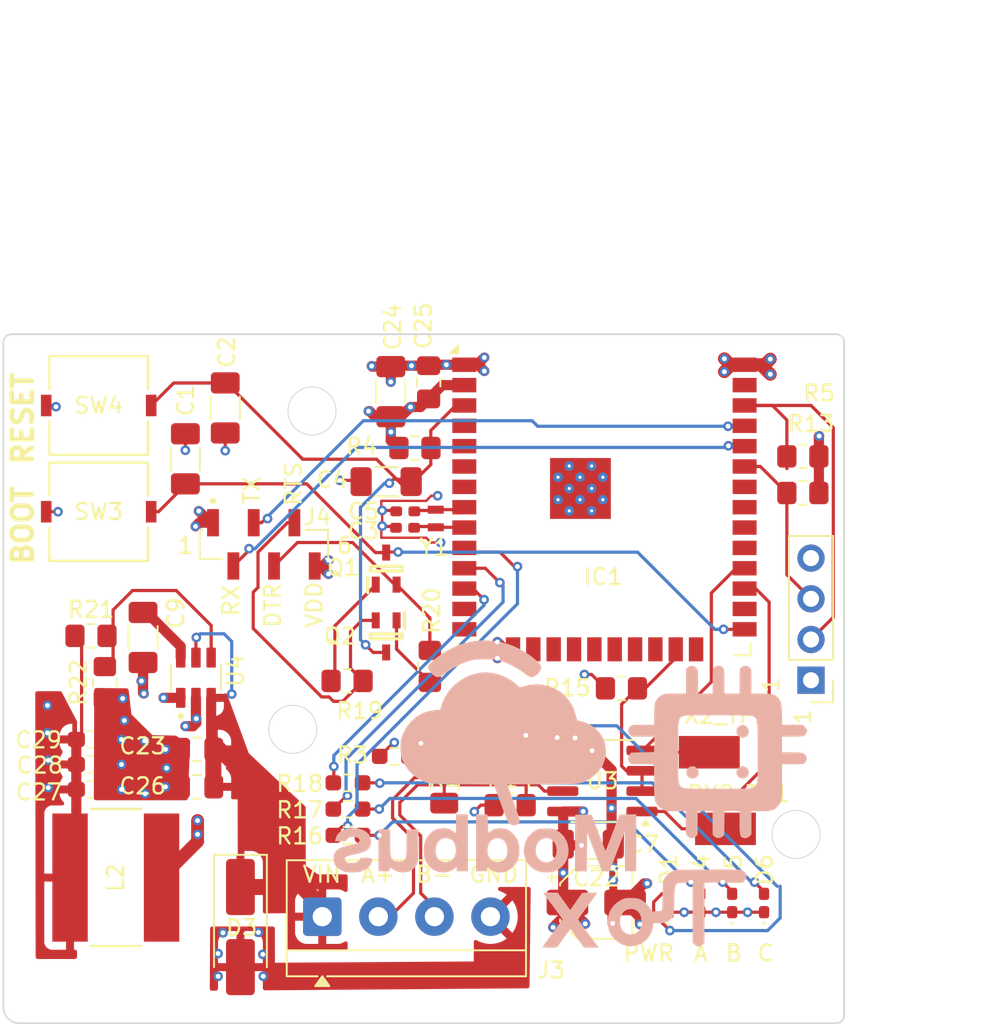
<source format=kicad_pcb>
(kicad_pcb (version 20241229) (generator "pcbnew") (generator_version "9.0")
  (layers (0 "F.Cu" signal) (4 "In1.Cu" signal) (6 "In2.Cu" signal) (2 "B.Cu" signal) (13 "F.Paste" user) (15 "B.Paste" user) (5 "F.SilkS" user "F.Silkscreen") (7 "B.SilkS" user "B.Silkscreen") (1 "F.Mask" user) (3 "B.Mask" user) (25 "Edge.Cuts" user))
  (net 0 "")
  (net 1 "Net-(U4-VBST)")
  (net 2 "GND")
  (net 3 "/EN")
  (net 4 "/IO_0")
  (net 5 "VDD33")
  (net 6 "Net-(D1-A)")
  (net 7 "/TX_0")
  (net 8 "/RX_0")
  (net 9 "/VBUS_12")
  (net 10 "/SCL_BUS")
  (net 11 "/SDA_BUS")
  (net 12 "Net-(U4-SW)")
  (net 13 "Net-(U4-VFB)")
  (net 15 "/RS485-")
  (net 16 "/RS485_DE_RE")
  (net 17 "Net-(D4-A)")
  (net 18 "Net-(D5-A)")
  (net 19 "Net-(D6-A)")
  (net 20 "/RS485+")
  (net 21 "/TX_{2}")
  (net 22 "/RX_{2}")
  (net 23 "/LED_C")
  (net 24 "/LED_A")
  (net 34 "/X32N")
  (net 37 "/LED_B")
  (net 38 "/X32P")
  (net 47 "/DTR")
  (net 48 "/RTS")
  (net 49 "Net-(Q1-B)")
  (net 50 "Net-(Q2-B)")
  (footprint "Capacitor_SMD:C_1206_3216Metric_Pad1.33x1.80mm_HandSolder" (layer "F.Cu") (at 91.3638 95.2754 90)
    (property "Reference" "C1")
    (property "Value" "0.1uF")
  )
  (footprint "Resistor_SMD:R_0603_1608Metric_Pad0.98x0.95mm_HandSolder" (layer "F.Cu") (at 101.516 117.1363)
    (property "Reference" "R17")
    (property "Value" "2K")
  )
  (footprint "Capacitor_SMD:C_0805_2012Metric_Pad1.18x1.45mm_HandSolder" (layer "F.Cu") (at 92.1004 113.411 180)
    (property "Reference" "C23")
    (property "Value" "10uF")
  )
  (footprint "project_footprints:XTAL_ABS05-32.768KHZ-T" (layer "F.Cu") (at 107 99 90)
    (property "Reference" "Y1")
    (property "Value" "32.768kHz")
  )
  (footprint "Resistor_SMD:R_0805_2012Metric_Pad1.20x1.40mm_HandSolder" (layer "F.Cu") (at 129.921 97.409 180)
    (property "Reference" "R13")
    (property "Value" "10K")
  )
  (footprint "Resistor_SMD:R_0805_2012Metric_Pad1.20x1.40mm_HandSolder" (layer "F.Cu") (at 129.921 95.123 180)
    (property "Reference" "R5")
    (property "Value" "10K")
  )
  (footprint "Capacitor_SMD:CP_Elec_4x5.4" (layer "F.Cu") (at 117.020555 122.968067)
    (property "Reference" "C22")
    (property "Value" "1uF")
  )
  (footprint "Capacitor_SMD:C_0402_1005Metric_Pad0.74x0.62mm_HandSolder" (layer "F.Cu") (at 105.081358 99.579651)
    (property "Reference" "C3")
    (property "Value" "12pF")
  )
  (footprint "Capacitor_SMD:C_0402_1005Metric_Pad0.74x0.62mm_HandSolder" (layer "F.Cu") (at 105.093223 98.553406)
    (property "Reference" "C5")
    (property "Value" "12pF")
  )
  (footprint "project_footprints:SW_3983_ADA" (layer "F.Cu") (at 85.9536 98.5774)
    (property "Reference" "SW3")
    (property "Value" "3983")
  )
  (footprint "Capacitor_SMD:C_0603_1608Metric_Pad1.08x0.95mm_HandSolder" (layer "F.Cu") (at 85.4191 112.7907 180)
    (property "Reference" "C29")
    (property "Value" "22uF")
  )
  (footprint "Capacitor_SMD:C_1206_3216Metric_Pad1.33x1.80mm_HandSolder" (layer "F.Cu") (at 93.853 92.1004 -90)
    (property "Reference" "C2")
    (property "Value" "0.1uF")
  )
  (footprint "project_footprints:SOT65P210X110-3N" (layer "F.Cu") (at 103.901 106.3592 -90)
    (property "Reference" "Q2")
    (property "Value" "DSS4160U-7" (hide yes))
  )
  (footprint "Capacitor_SMD:C_1206_3216Metric_Pad1.33x1.80mm_HandSolder" (layer "F.Cu") (at 88.7222 106.426 90)
    (property "Reference" "C9")
    (property "Value" "0.1uF")
  )
  (footprint "LED_SMD:LED_0402_1005Metric_Pad0.77x0.64mm_HandSolder" (layer "F.Cu") (at 125.50565 122.998 90)
    (property "Reference" "D5")
    (property "Value" "LED" (hide yes))
  )
  (footprint "Resistor_SMD:R_0603_1608Metric_Pad0.98x0.95mm_HandSolder" (layer "F.Cu") (at 104.4116 113.847)
    (property "Reference" "R3")
    (property "Value" "2K")
  )
  (footprint "Resistor_SMD:R_0805_2012Metric_Pad1.20x1.40mm_HandSolder" (layer "F.Cu") (at 85.471 106.3244)
    (property "Reference" "R21")
    (property "Value" "33.2K")
  )
  (footprint "LED_SMD:LED_0402_1005Metric_Pad0.77x0.64mm_HandSolder" (layer "F.Cu") (at 121.52565 122.998 90)
    (property "Reference" "D1")
    (property "Value" "LED")
  )
  (footprint "LED_SMD:LED_0402_1005Metric_Pad0.77x0.64mm_HandSolder" (layer "F.Cu") (at 127.49565 122.998 90)
    (property "Reference" "D6")
    (property "Value" "LED" (hide yes))
  )
  (footprint "Capacitor_SMD:C_0805_2012Metric_Pad1.18x1.45mm_HandSolder" (layer "F.Cu") (at 92.1004 115.7478)
    (property "Reference" "C26")
    (property "Value" "10uF")
  )
  (footprint "Resistor_SMD:R_0603_1608Metric_Pad0.98x0.95mm_HandSolder" (layer "F.Cu") (at 101.516 118.7746)
    (property "Reference" "R16")
    (property "Value" "2K")
  )
  (footprint "Resistor_SMD:R_0805_2012Metric_Pad1.20x1.40mm_HandSolder" (layer "F.Cu") (at 111.6424 113.6904)
    (property "Reference" "R2")
    (property "Value" "620R")
  )
  (footprint "Capacitor_SMD:C_0603_1608Metric_Pad1.08x0.95mm_HandSolder" (layer "F.Cu") (at 85.4191 115.9109 180)
    (property "Reference" "C27")
    (property "Value" "22uF")
  )
  (footprint "Capacitor_SMD:C_1206_3216Metric_Pad1.33x1.80mm_HandSolder" (layer "F.Cu") (at 103.9 96.7 180)
    (property "Reference" "C4")
    (property "Value" "0.1uF")
  )
  (footprint "Resistor_SMD:R_0805_2012Metric_Pad1.20x1.40mm_HandSolder" (layer "F.Cu") (at 101.4626 109.1372 180)
    (property "Reference" "R19")
    (property "Value" "10K")
  )
  (footprint "Resistor_SMD:R_0603_1608Metric_Pad0.98x0.95mm_HandSolder" (layer "F.Cu") (at 101.516 115.498)
    (property "Reference" "R18")
    (property "Value" "2K")
  )
  (footprint "TerminalBlock_4Ucon:TerminalBlock_4Ucon_1x04_P3.50mm_Horizontal" (layer "F.Cu") (at 99.9138 123.8504)
    (property "Reference" "J3")
    (property "Value" "Screw_Terminal_3.5mm_4")
  )
  (footprint "project_footprints:KEYSTONE_5029" (layer "F.Cu") (at 125.0872 118.3682 180)
    (property "Reference" "RX2_TP1")
    (property "Value" "5029")
  )
  (footprint "Resistor_SMD:R_0805_2012Metric_Pad1.20x1.40mm_HandSolder" (layer "F.Cu") (at 106.6292 108.2294 -90)
    (property "Reference" "R20")
    (property "Value" "10K")
  )
  (footprint "Connector_PinHeader_2.54mm:PinHeader_1x04_P2.54mm_Vertical" (layer "F.Cu") (at 130.429 109.093 180)
    (property "Reference" "J1")
    (property "Value" "2_54mm_PinHeader1x4")
  )
  (footprint "Capacitor_SMD:C_0805_2012Metric_Pad1.18x1.45mm_HandSolder" (layer "F.Cu") (at 106.553 90.5002 -90)
    (property "Reference" "C25")
    (property "Value" "22uF")
  )
  (footprint "Resistor_SMD:R_0805_2012Metric_Pad1.20x1.40mm_HandSolder" (layer "F.Cu") (at 118.5926 109.601)
    (property "Reference" "R15")
    (property "Value" "47K")
  )
  (footprint "Diode_SMD:D_SMA_Handsoldering" (layer "F.Cu") (at 94.803749 124.500452 -90)
    (property "Reference" "D3")
    (property "Value" "SMAJ12A")
  )
  (footprint "Resistor_SMD:R_1206_3216Metric_Pad1.30x1.75mm_HandSolder" (layer "F.Cu") (at 107.5276 115.2144 -90)
    (property "Reference" "R1")
    (property "Value" "120R")
  )
  (footprint "Capacitor_SMD:C_1206_3216Metric_Pad1.33x1.80mm_HandSolder" (layer "F.Cu") (at 116.5192 119.3292)
    (property "Reference" "C7")
    (property "Value" "0.1uF")
  )
  (footprint "Package_SO:SOIC-8_3.9x4.9mm_P1.27mm" (layer "F.Cu") (at 117.4022 115.3807 180)
    (property "Reference" "U3")
    (property "Value" "MAX3485")
  )
  (footprint "Resistor_SMD:R_0805_2012Metric_Pad1.20x1.40mm_HandSolder" (layer "F.Cu") (at 86.3346 109.2454 90)
    (property "Reference" "R22")
    (property "Value" "10K")
  )
  (footprint "Resistor_SMD:R_0805_2012Metric_Pad1.20x1.40mm_HandSolder" (layer "F.Cu") (at 105.7 94.6)
    (property "Reference" "R4")
    (property "Value" "10K")
  )
  (footprint "Resistor_SMD:R_0805_2012Metric_Pad1.20x1.40mm_HandSolder" (layer "F.Cu") (at 111.6424 116.8908)
    (property "Reference" "R14")
    (property "Value" "620R")
  )
  (footprint "LED_SMD:LED_0402_1005Metric_Pad0.77x0.64mm_HandSolder" (layer "F.Cu") (at 123.51565 122.998 90)
    (property "Reference" "D4")
    (property "Value" "LED" (hide yes))
  )
  (footprint "project_footprints:TPS563208DDCT_SOT95P280X110-6N" (layer "F.Cu") (at 92.0242 108.937906 90)
    (property "Reference" "U4")
    (property "Value" "TPS563208DDCT")
  )
  (footprint "Capacitor_SMD:C_1206_3216Metric_Pad1.33x1.80mm_HandSolder" (layer "F.Cu") (at 104.1908 91.0844 -90)
    (property "Reference" "C24")
    (property "Value" "0.1uF")
  )
  (footprint "Capacitor_SMD:C_0603_1608Metric_Pad1.08x0.95mm_HandSolder" (layer "F.Cu") (at 85.4191 114.3508 180)
    (property "Reference" "C28")
    (property "Value" "22uF")
  )
  (footprint "project_footprints:SRN8040-2R2Y" (layer "F.Cu") (at 87.0204 121.412)
    (property "Reference" "L2")
    (property "Value" "2uH")
  )
  (footprint "project_footprints:SOT65P210X110-3N" (layer "F.Cu") (at 103.901 102.1268 90)
    (property "Reference" "Q1")
    (property "Value" "DSS4160U-7" (hide yes))
  )
  (footprint "project_footprints:ESP32-WROOM-32D_ANT_SILK_REMOVED" (layer "F.Cu") (at 117.5318 97.6554)
    (property "Reference" "IC1")
    (property "Value" "ESP32-WROOM-32D_M113DH2800PH3Q0")
  )
  (footprint "project_footprints:HARWIN_M50-3140645R" (layer "F.Cu") (at 96.266 100.6132 180)
    (property "Reference" "J4")
    (property "Value" "M50-3140645R")
  )
  (footprint "project_footprints:SW_3983_ADA" (layer "F.Cu") (at 85.9536 91.948)
    (property "Reference" "SW4")
    (property "Value" "3983")
  )
  (footprint "project_footprints:KEYSTONE_5029" (layer "F.Cu") (at 124.079 113.5888 180)
    (property "Reference" "TX2_TP2")
    (property "Value" "5029")
  )
  (footprint "Modbus To X Graphics:modbus_to_x_logo.kicad_40x40mm_mod" (layer "B.Cu") (at 115.102066 116.212321 180)
    (property "Reference" "G***" (hide yes))
    (property "Value" "LOGO" (hide yes))
  )
  (gr_arc (start 80 88) (mid 80.146447 87.646447) (end 80.5 87.5) (stroke (width 0.1)) (layer "Edge.Cuts"))
  (gr_circle (center 99.270559 92.2904) (end 99.270559 93.7904) (stroke (width 0.05)) (fill no) (layer "Edge.Cuts"))
  (gr_line (start 132 130.5) (end 81 130.5) (stroke (width 0.1)) (layer "Edge.Cuts"))
  (gr_circle (center 129.49405 118.716806) (end 130.99405 118.716806) (stroke (width 0.05)) (fill no) (layer "Edge.Cuts"))
  (gr_line (start 80 129.5) (end 80 88) (stroke (width 0.1)) (layer "Edge.Cuts"))
  (gr_line (start 132 87.5) (end 80.5 87.5) (stroke (width 0.1)) (layer "Edge.Cuts"))
  (gr_line (start 132.5 88) (end 132.5 130) (stroke (width 0.1)) (layer "Edge.Cuts"))
  (gr_arc (start 81 130.5) (mid 80.292893 130.207107) (end 80 129.5) (stroke (width 0.1)) (layer "Edge.Cuts"))
  (gr_arc (start 132 87.5) (mid 132.353553 87.646447) (end 132.5 88) (stroke (width 0.1)) (layer "Edge.Cuts"))
  (gr_arc (start 132.5 130) (mid 132.353553 130.353553) (end 132 130.5) (stroke (width 0.1)) (layer "Edge.Cuts"))
  (gr_circle (center 98.073173 112.160116) (end 99.573173 112.160116) (stroke (width 0.05)) (fill no) (layer "Edge.Cuts"))
  (gr_text "B-" (at 105.669753 121.8 0) (layer "F.SilkS") (effects (font (size 1 1)) (justify left bottom)))
  (gr_text "RX" (at 94.8 105.2 90) (layer "F.SilkS") (effects (font (size 1 1)) (justify left bottom)))
  (gr_text "C" (at 127.00065 126.714674 0) (layer "F.SilkS") (effects (font (size 1 1)) (justify left bottom)))
  (gr_text "A" (at 123.02065 126.714674 0) (layer "F.SilkS") (effects (font (size 1 1)) (justify left bottom)))
  (gr_text "1" (at 129.921 111.379 90) (layer "F.SilkS") (effects (font (size 1 1))))
  (gr_text "A+" (at 102.241181 121.8 0) (layer "F.SilkS") (effects (font (size 1 1)) (justify left bottom)))
  (gr_text "RTS" (at 98.7 98.3 90) (layer "F.SilkS") (effects (font (size 1 1)) (justify left bottom)))
  (gr_text "B" (at 125.01065 126.714674 0) (layer "F.SilkS") (effects (font (size 1 1)) (justify left bottom)))
  (gr_text "DTR" (at 97.4 105.9 90) (layer "F.SilkS") (effects (font (size 1 1)) (justify left bottom)))
  (gr_text "RESET" (at 81.9404 95.7834 90) (layer "F.SilkS") (effects (font (size 1.25 1.25) (thickness 0.3) (bold yes)) (justify left bottom)))
  (gr_text "VDD" (at 100 105.9 90) (layer "F.SilkS") (effects (font (size 1 1)) (justify left bottom)))
  (gr_text "BOOT" (at 81.9404 102.0318 90) (layer "F.SilkS") (effects (font (size 1.25 1.25) (thickness 0.3) (bold yes)) (justify left bottom)))
  (gr_text "VIN" (at 98.598324 121.8 0) (layer "F.SilkS") (effects (font (size 1 1)) (justify left bottom)))
  (gr_text "TX" (at 96.1 98.2 90) (layer "F.SilkS") (effects (font (size 1 1)) (justify left bottom)))
  (gr_text "6" (at 100.7364 101.2698 0) (layer "F.SilkS") (effects (font (size 1 1)) (justify left bottom)))
  (gr_text "GND" (at 109 121.8 0) (layer "F.SilkS") (effects (font (size 1 1)) (justify left bottom)))
  (gr_text "1" (at 90.805 101.2698 0) (layer "F.SilkS") (effects (font (size 1 1)) (justify left bottom)))
  (gr_text "PWR" (at 118.627793 126.714674 0) (layer "F.SilkS") (effects (font (size 1 1)) (justify left bottom)))
  (segment (start 88.7222 104.8635) (end 88.9508 104.8635) (width 0.635) (layer "F.Cu") (net 1))
  (segment (start 88.9508 104.8635) (end 91.0742 106.9869) (width 0.635) (layer "F.Cu") (net 1))
  (segment (start 91.0742 106.9869) (end 91.0742 107.682906) (width 0.635) (layer "F.Cu") (net 1))
  (segment (start 106.553 89.7128) (end 106.553 89.4627) (width 0.635) (layer "F.Cu") (net 2))
  (segment (start 118.0817 119.3292) (end 118.0817 120.773109) (width 0.5) (layer "F.Cu") (net 2))
  (segment (start 108.7818 89.4054) (end 106.6103 89.4054) (width 0.635) (layer "F.Cu") (net 2))
  (segment (start 83.2104 91.948) (end 83.2866 92.0242) (width 0.2) (layer "F.Cu") (net 2))
  (segment (start 116.2812 108.7374) (end 116.729 108.7374) (width 0.2) (layer "F.Cu") (net 2))
  (segment (start 119.745702 123.893214) (end 118.820555 122.968067) (width 0.635) (layer "F.Cu") (net 2))
  (segment (start 111.8218 107.1654) (end 111.3056 107.1654) (width 0.635) (layer "F.Cu") (net 2))
  (segment (start 86.2816 115.9109) (end 87.376 115.9109) (width 1) (layer "F.Cu") (net 2))
  (segment (start 126.2818 89.4054) (end 125.4532 89.4054) (width 0.8) (layer "F.Cu") (net 2))
  (segment (start 127.49565 123.5705) (end 126.47555 123.5705) (width 0.2) (layer "F.Cu") (net 2))
  (segment (start 106.553 89.4627) (end 104.25 89.4627) (width 0.635) (layer "F.Cu") (net 2))
  (segment (start 116.756 113.4914) (end 114.9429 113.4914) (width 0.635) (layer "F.Cu") (net 2))
  (segment (start 91.3638 93.7129) (end 91.3638 94.742) (width 0.2) (layer "F.Cu") (net 2))
  (segment (start 106.4 100.2) (end 106.7 100.5) (width 0.15) (layer "F.Cu") (net 2))
  (segment (start 107.117813 97.581376) (end 107.117813 97.617813) (width 0.15) (layer "F.Cu") (net 2))
  (segment (start 127.536 89.4054) (end 127.889 89.0524) (width 0.8) (layer "F.Cu") (net 2))
  (segment (start 91.0375 113.411) (end 91.0375 114.5794) (width 0.635) (layer "F.Cu") (net 2))
  (segment (start 90.004706 110.192906) (end 89.997 110.1852) (width 0.635) (layer "F.Cu") (net 2))
  (segment (start 104.1908 90.4748) (end 104.1908 89.5219) (width 0.635) (layer "F.Cu") (net 2))
  (segment (start 116.7774 113.4914) (end 117.9478 114.6618) (width 0.635) (layer "F.Cu") (net 2))
  (segment (start 115.697 112.7059) (end 114.9272 113.4757) (width 0.635) (layer "F.Cu") (net 2))
  (segment (start 93.853 94.7674) (end 93.853 93.6629) (width 0.2) (layer "F.Cu") (net 2))
  (segment (start 114.9429 113.4914) (end 114.9272 113.4757) (width 0.635) (layer "F.Cu") (net 2))
  (segment (start 123.51565 123.5705) (end 124.48495 123.5705) (width 0.2) (layer "F.Cu") (net 2))
  (segment (start 90.1192 113.411) (end 91.0375 113.411) (width 0.635) (layer "F.Cu") (net 2))
  (segment (start 101.8032 96.6216) (end 102.0826 96.901) (width 0.2) (layer "F.Cu") (net 2))
  (segment (start 108.7818 89.4054) (end 109.5782 89.4054) (width 0.635) (layer "F.Cu") (net 2))
  (segment (start 126.2818 89.4054) (end 125.3972 89.4054) (width 0.8) (layer "F.Cu") (net 2))
  (segment (start 82.677 91.948) (end 83.2104 91.948) (width 0.2) (layer "F.Cu") (net 2))
  (segment (start 103.679687 99.5) (end 103.651698 99.472011) (width 0.2) (layer "F.Cu") (net 2))
  (segment (start 118.0817 119.3292) (end 117.9752 119.2227) (width 0.5) (layer "F.Cu") (net 2))
  (segment (start 111.8218 107.1654) (end 111.4016 107.1654) (width 0.635) (layer "F.Cu") (net 2))
  (segment (start 86.2816 112.7907) (end 87.376 112.7907) (width 1) (layer "F.Cu") (net 2))
  (segment (start 118.044861 124.274466) (end 118.044861 123.743761) (width 0.635) (layer "F.Cu") (net 2))
  (segment (start 91.0742 110.192906) (end 90.004706 110.192906) (width 0.635) (layer "F.Cu") (net 2))
  (segment (start 121.52565 123.5705) (end 122.50375 123.5705) (width 0.2) (layer "F.Cu") (net 2))
  (segment (start 117.9478 114.6618) (end 117.9752 114.6892) (width 0.635) (layer "F.Cu") (net 2))
  (segment (start 111.3056 107.1654) (end 110.8456 106.7054) (width 0.635) (layer "F.Cu") (net 2))
  (segment (start 83.4136 98.5774) (end 82.677 98.5774) (width 0.2) (layer "F.Cu") (net 2))
  (segment (start 120.198233 121.776169) (end 120.012453 121.776169) (width 0.635) (layer "F.Cu") (net 2))
  (segment (start 110.6424 116.8908) (end 109.8136 116.8908) (width 0.2) (layer "F.Cu") (net 2))
  (segment (start 86.2816 115.9109) (end 86.2816 112.7907) (width 1) (layer "F.Cu") (net 2))
  (segment (start 103.6 97.9) (end 103.6 98.447457) (width 0.15) (layer "F.Cu") (net 2))
  (segment (start 124.49435 123.5705) (end 124.48965 123.5752) (width 0.2) (layer "F.Cu") (net 2))
  (segment (start 91.9988 99.4918) (end 92.2274 99.2632) (width 0.635) (layer "F.Cu") (net 2))
  (segment (start 125.4532 89.4054) (end 125.0188 89.8398) (width 0.8) (layer "F.Cu") (net 2))
  (segment (start 104.5325 99.5) (end 103.679687 99.5) (width 0.2) (layer "F.Cu") (net 2))
  (segment (start 118.0817 122.229212) (end 118.820555 122.968067) (width 0.5) (layer "F.Cu") (net 2))
  (segment (start 125.3972 89.4054) (end 125.0188 89.027) (width 0.8) (layer "F.Cu") (net 2))
  (segment (start 91.0375 114.5794) (end 91.0375 115.7224) (width 0.635) (layer "F.Cu") (net 2))
  (segment (start 103.6 98.447457) (end 103.651698 98.499155) (width 0.15) (layer "F.Cu") (net 2))
  (segment (start 126.47555 123.5705) (end 126.47085 123.5752) (width 0.2) (layer "F.Cu") (net 2))
  (segment (start 90.1954 114.5794) (end 91.0375 114.5794) (width 0.635) (layer "F.Cu") (net 2))
  (segment (start 103.6 99.523709) (end 103.6 100.2) (width 0.15) (layer "F.Cu") (net 2))
  (segment (start 92.2274 99.2632) (end 93.091 99.2632) (width 0.635) (layer "F.Cu") (net 2))
  (segment (start 104.25 89.4627) (end 104.1908 89.5219) (width 0.635) (layer "F.Cu") (net 2))
  (segment (start 109.6382 89.4054) (end 110.0328 89.8) (width 0.635) (layer "F.Cu") (net 2))
  (segment (start 114.5794 113.1279) (end 114.9272 113.4757) (width 0.635) (layer "F.Cu") (net 2))
  (segment (start 125.50565 123.5705) (end 126.46615 123.5705) (width 0.2) (layer "F.Cu") (net 2))
  (segment (start 126.46615 123.5705) (end 126.47085 123.5752) (width 0.2) (layer "F.Cu") (net 2))
  (segment (start 93.091 99.2632) (end 92.933703 99.2632) (width 0.635) (layer "F.Cu") (net 2))
  (segment (start 103.6 100.2) (end 106.4 100.2) (width 0.15) (layer "F.Cu") (net 2))
  (segment (start 103.0347 89.5219) (end 102.997 89.4842) (width 0.635) (layer "F.Cu") (net 2))
  (segment (start 117.9752 117.0728) (end 117.9752 114.6892) (width 0.635) (layer "F.Cu") (net 2))
  (segment (start 122.50375 123.5705) (end 122.50845 123.5752) (width 0.2) (layer "F.Cu") (net 2))
  (segment (start 117.9752 119.2227) (end 117.9752 117.0728) (width 0.635) (layer "F.Cu") (net 2))
  (segment (start 91.0375 115.7224) (end 91.0629 115.7478) (width 0.635) (layer "F.Cu") (net 2))
  (segment (start 114.5794 112.6744) (end 114.5794 113.1279) (width 0.635) (layer "F.Cu") (net 2))
  (segment (start 103.651698 99.472011) (end 103.6 99.523709) (width 0.15) (layer "F.Cu") (net 2))
  (segment (start 109.5782 89.4054) (end 110.0328 88.9508) (width 0.635) (layer "F.Cu") (net 2))
  (segment (start 101.0158 96.6216) (end 101.8032 96.6216) (width 0.2) (layer "F.Cu") (net 2))
  (segment (start 120.012453 121.776169) (end 118.820555 122.968067) (width 0.635) (layer "F.Cu") (net 2))
  (segment (start 127.45175 123.4877) (end 127.52425 123.4152) (width 0.2) (layer "F.Cu") (net 2))
  (segment (start 106.7 100.5) (end 107.3 100.5) (width 0.15) (layer "F.Cu") (net 2))
  (segment (start 104.5325 98.5) (end 103.652543 98.5) (width 0.2) (layer "F.Cu") (net 2))
  (segment (start 118.044861 123.743761) (end 118.820555 122.968067) (width 0.635) (layer "F.Cu") (net 2))
  (segment (start 111.4016 107.1654) (end 110.8456 107.7214) (width 0.635) (layer "F.Cu") (net 2))
  (segment (start 116.7774 113.4914) (end 116.756 113.4914) (width 0.635) (layer "F.Cu") (net 2))
  (segment (start 109.8136 116.8908) (end 109.4072 117.2972) (width 0.2) (layer "F.Cu") (net 2))
  (segment (start 108.7818 89.4054) (end 109.6382 89.4054) (width 0.635) (layer "F.Cu") (net 2))
  (segment (start 119.745702 124.322042) (end 119.745702 123.893214) (width 0.635) (layer "F.Cu") (net 2))
  (segment (start 92.933703 99.2632) (end 92.202 98.531497) (width 0.635) (layer "F.Cu") (net 2))
  (segment (start 125.50565 123.5705) (end 124.49435 123.5705) (width 0.2) (layer "F.Cu") (net 2))
  (segment (start 102.0826 96.901) (end 102.2981 96.901) (width 0.2) (layer "F.Cu") (net 2))
  (segment (start 103.651698 99.472011) (end 103.651698 98.499155) (width 0.15) (layer "F.Cu") (net 2))
  (segment (start 127.2944 89.4054) (end 127.889 90) (width 0.8) (layer "F.Cu") (net 2))
  (segment (start 126.2818 89.4054) (end 127.536 89.4054) (width 0.8) (layer "F.Cu") (net 2))
  (segment (start 106.6103 89.4054) (end 106.553 89.4627) (width 0.635) (layer "F.Cu") (net 2))
  (segment (start 90.1192 115.7478) (end 91.0629 115.7478) (width 0.635) (layer "F.Cu") (net 2))
  (segment (start 104.1908 89.5219) (end 103.0347 89.5219) (width 0.635) (layer "F.Cu") (net 2))
  (segment (start 106.4 97.9) (end 103.6 97.9) (width 0.15) (layer "F.Cu") (net 2))
  (segment (start 106.718624 97.581376) (end 106.4 97.9) (width 0.15) (layer "F.Cu") (net 2))
  (segment (start 86.2816 114.3508) (end 87.376 114.3508) (width 1) (layer "F.Cu") (net 2))
  (segment (start 123.51565 123.5705) (end 122.51315 123.5705) (width 0.2) (layer "F.Cu") (net 2))
  (segment (start 118.0817 120.773109) (end 118.0817 122.229212) (width 0.5) (layer "F.Cu") (net 2))
  (segment (start 103.652543 98.5) (end 103.651698 98.499155) (width 0.2) (layer "F.Cu") (net 2))
  (segment (start 114.9272 113.4757) (end 115.2743 113.4757) (width 0.635) (layer "F.Cu") (net 2))
  (segment (start 124.48495 123.5705) (end 124.48965 123.5752) (width 0.2) (layer "F.Cu") (net 2))
  (segment (start 107.117813 97.581376) (end 106.718624 97.581376) (width 0.15) (layer "F.Cu") (net 2))
  (segment (start 126.2818 89.4054) (end 127.2944 89.4054) (width 0.8) (layer "F.Cu") (net 2))
  (segment (start 115.697 112.6998) (end 115.697 112.7059) (width 0.635) (layer "F.Cu") (net 2))
  (segment (start 122.51315 123.5705) (end 122.50845 123.5752) (width 0.2) (layer "F.Cu") (net 2))
  (segment (start 116.729 108.7374) (end 117.5926 109.601) (width 0.2) (layer "F.Cu") (net 2))
  (via (at 87.376 114.3508) (size 0.6) (drill 0.3) (layers "F.Cu" "B.Cu") (net 2))
  (via (at 122.50845 123.5752) (size 0.6) (drill 0.3) (layers "F.Cu" "B.Cu") (net 2))
  (via (at 96.200749 126.202252) (size 0.6) (drill 0.3) (layers "F.Cu" "B.Cu") (net 2))
  (via (at 114.5794 112.6744) (size 0.6) (drill 0.3) (layers "F.Cu" "B.Cu") (net 2))
  (via (at 96.226149 127.573852) (size 0.6) (drill 0.3) (layers "F.Cu" "B.Cu") (net 2))
  (via (at 92.202 98.531497) (size 0.6) (drill 0.3) (layers "F.Cu" "B.Cu") (net 2))
  (via (at 87.376 115.9109) (size 0.6) (drill 0.3) (layers "F.Cu" "B.Cu") (net 2))
  (via (at 109.4072 117.2972) (size 0.6) (drill 0.3) (layers "F.Cu" "B.Cu") (net 2))
  (via (at 83.2866 92.0242) (size 0.6) (drill 0.3) (layers "F.Cu" "B.Cu") (net 2))
  (via (at 110.0328 88.9508) (size 0.6) (drill 0.3) (layers "F.Cu" "B.Cu") (net 2))
  (via (at 110.8456 107.7214) (size 0.6) (drill 0.3) (layers "F.Cu" "B.Cu") (net 2))
  (via (at 120.198233 121.776169) (size 0.6) (drill 0.3) (layers "F.Cu" "B.Cu") (net 2))
  (via (at 93.406749 127.573852) (size 0.6) (drill 0.3) (layers "F.Cu" "B.Cu") (net 2))
  (via (at 117.9752 117.0728) (size 0.6) (drill 0.3) (layers "F.Cu" "B.Cu") (net 2))
  (via (at 107.117813 97.581376) (size 0.6) (drill 0.3) (layers "F.Cu" "B.Cu") (net 2))
  (via (at 115.697 112.6998) (size 0.6) (drill 0.3) (layers "F.Cu" "B.Cu") (net 2))
  (via (at 93.406749 126.151452) (size 0.6) (drill 0.3) (layers "F.Cu" "B.Cu") (net 2))
  (via (at 90.1192 115.7478) (size 0.6) (drill 0.3) (layers "F.Cu" "B.Cu") (net 2))
  (via (at 124.48965 123.5752) (size 0.6) (drill 0.3) (layers "F.Cu" "B.Cu") (net 2))
  (via (at 103.651698 99.472011) (size 0.6) (drill 0.3) (layers "F.Cu" "B.Cu") (net 2))
  (via (at 116.756 113.4914) (size 0.6) (drill 0.3) (layers "F.Cu" "B.Cu") (net 2))
  (via (at 93.853 94.7674) (size 0.6) (drill 0.3) (layers "F.Cu" "B.Cu") (net 2))
  (via (at 107.659185 89.4054) (size 0.6) (drill 0.3) (layers "F.Cu" "B.Cu") (net 2))
  (via (at 125.0188 89.027) (size 0.6) (drill 0.3) (layers "F.Cu" "B.Cu") (net 2))
  (via (at 118.044861 124.274466) (size 0.6) (drill 0.3) (layers "F.Cu" "B.Cu") (net 2))
  (via (at 101.0158 96.6216) (size 0.6) (drill 0.3) (layers "F.Cu" "B.Cu") (net 2))
  (via (at 88.8238 112.8776) (size 0.6) (drill 0.3) (layers "F.Cu" "B.Cu") (net 2))
  (via (at 116.2812 108.7374) (size 0.6) (drill 0.3) (layers "F.Cu" "B.Cu") (net 2))
  (via (at 118.0817 121.577936) (size 0.6) (drill 0.3) (layers "F.Cu" "B.Cu") (net 2))
  (via (at 126.47085 123.5752) (size 0.6) (drill 0.3) (layers "F.Cu" "B.Cu") (net 2))
  (via (at 102.997 89.4842) (size 0.6) (drill 0.3) (layers "F.Cu" "B.Cu") (net 2))
  (via (at 104.1908 90.4748) (size 0.6) (drill 0.3) (layers "F.Cu" "B.Cu") (net 2))
  (via (at 127.889 89.0524) (size 0.6) (drill 0.3) (layers "F.Cu" "B.Cu") (net 2))
  (via (at 87.4522 110.236) (size 0.6) (drill 0.3) (layers "F.Cu" "B.Cu") (net 2))
  (via (at 118.0817 120.773109) (size 0.6) (drill 0.3) (layers "F.Cu" "B.Cu") (net 2))
  (via (at 89.997 110.1852) (size 0.6) (drill 0.3) (layers "F.Cu" "B.Cu") (net 2))
  (via (at 110.8456 106.7054) (size 0.6) (drill 0.3) (layers "F.Cu" "B.Cu") (net 2))
  (via (at 90.1954 114.5794) (size 0.6) (drill 0.3) (layers "F.Cu" "B.Cu") (net 2))
  (via (at 127.889 90) (size 0.6) (drill 0.3) (layers "F.Cu" "B.Cu") (net 2))
  (via (at 110.0328 89.8) (size 0.6) (drill 0.3) (layers "F.Cu" "B.Cu") (net 2))
  (via (at 83.4136 98.5774) (size 0.6) (drill 0.3) (layers "F.Cu" "B.Cu") (net 2))
  (via (at 93.715448 124.857272) (size 0.6) (drill 0.3) (layers "F.Cu" "B.Cu") (net 2))
  (via (at 90.1192 113.411) (size 0.6) (drill 0.3) (layers "F.Cu" "B.Cu") (net 2))
  (via (at 87.5538 111.6076) (size 0.6) (drill 0.3) (layers "F.Cu" "B.Cu") (net 2))
  (via (at 119.745702 124.322042) (size 0.6) (drill 0.3) (layers "F.Cu" "B.Cu") (net 2))
  (via (at 103.651698 98.499155) (size 0.6) (drill 0.3) (layers "F.Cu" "B.Cu") (net 2))
  (via (at 107.3 100.5) (size 0.6) (drill 0.3) (layers "F.Cu" "B.Cu") (net 2))
  (via (at 95.925248 124.831872) (size 0.6) (drill 0.3) (layers "F.Cu" "B.Cu") (net 2))
  (via (at 88.8492 116.1796) (size 0.6) (drill 0.3) (layers "F.Cu" "B.Cu") (net 2))
  (via (at 91.9988 99.4918) (size 0.6) (drill 0.3) (layers "F.Cu" "B.Cu") (net 2))
  (via (at 105.486224 89.4627) (size 0.6) (drill 0.3) (layers "F.Cu" "B.Cu") (net 2))
  (via (at 125.0188 89.8398) (size 0.6) (drill 0.3) (layers "F.Cu" "B.Cu") (net 2))
  (via (at 87.376 112.7907) (size 0.6) (drill 0.3) (layers "F.Cu" "B.Cu") (net 2))
  (via (at 91.3638 94.742) (size 0.6) (drill 0.3) (layers "F.Cu" "B.Cu") (net 2))
  (segment (start 93.853 90.5379) (end 93.848032 90.542868) (width 0.2) (layer "F.Cu") (net 3))
  (segment (start 93.853 90.5379) (end 93.9292 90.5379) (width 0.2) (layer "F.Cu") (net 3))
  (segment (start 104.1 96.8) (end 104.35 96.55) (width 0.2) (layer "F.Cu") (net 3))
  (segment (start 105.4231 96.901) (end 104.901 96.901) (width 0.2) (layer "F.Cu") (net 3))
  (segment (start 104.35 96.55) (end 105.0721 96.55) (width 0.2) (layer "F.Cu") (net 3))
  (segment (start 102.616 106.8832) (end 103.092 107.3592) (width 0.2) (layer "F.Cu") (net 3))
  (segment (start 108.2518 91.9454) (end 108.7818 91.9454) (width 0.2) (layer "F.Cu") (net 3))
  (segment (start 93.848032 90.542868) (end 90.635332 90.542868) (width 0.2) (layer "F.Cu") (net 3))
  (segment (start 103.092 107.3592) (end 103.901 107.3592) (width 0.2) (layer "F.Cu") (net 3))
  (segment (start 106.6894 93.5078) (end 108.2518 91.9454) (width 0.2) (layer "F.Cu") (net 3))
  (segment (start 90.635332 90.542868) (end 89.2302 91.948) (width 0.2) (layer "F.Cu") (net 3))
  (segment (start 106.6894 94.6404) (end 106.6894 93.5078) (width 0.2) (layer "F.Cu") (net 3))
  (segment (start 106.6894 94.6404) (end 106.6894 95.6347) (width 0.2) (layer "F.Cu") (net 3))
  (segment (start 105.0721 96.55) (end 105.4231 96.901) (width 0.2) (layer "F.Cu") (net 3))
  (segment (start 103.3 95.3) (end 98.6913 95.3) (width 0.2) (layer "F.Cu") (net 3))
  (segment (start 104.901 96.901) (end 103.3 95.3) (width 0.2) (layer "F.Cu") (net 3))
  (segment (start 106.6894 95.6347) (end 105.4231 96.901) (width 0.2) (layer "F.Cu") (net 3))
  (segment (start 93.9292 90.5379) (end 98.6913 95.3) (width 0.2) (layer "F.Cu") (net 3))
  (via (at 104.1 96.8) (size 0.6) (drill 0.3) (layers "F.Cu" "B.Cu") (net 3))
  (via (at 102.616 106.8832) (size 0.6) (drill 0.3) (layers "F.Cu" "B.Cu") (net 3))
  (segment (start 104.1 96.8) (end 103.8 96.8) (width 0.2) (layer "B.Cu") (net 3))
  (segment (start 102.3 106.5672) (end 102.616 106.8832) (width 0.2) (layer "B.Cu") (net 3))
  (segment (start 102.3 98.3) (end 102.3 106.5672) (width 0.2) (layer "B.Cu") (net 3))
  (segment (start 103.8 96.8) (end 102.3 98.3) (width 0.2) (layer "B.Cu") (net 3))
  (segment (start 104.648 101.092) (end 103.9358 101.092) (width 0.2) (layer "F.Cu") (net 4))
  (segment (start 103.9264 101.1014) (end 103.901 101.1268) (width 0.2) (layer "F.Cu") (net 4))
  (segment (start 103.9358 101.092) (end 103.901 101.1268) (width 0.2) (layer "F.Cu") (net 4))
  (segment (start 98.9379 96.8379) (end 103.2268 101.1268) (width 0.2) (layer "F.Cu") (net 4))
  (segment (start 125.7326 105.9154) (end 126.2818 105.9154) (width 0.2) (layer "F.Cu") (net 4))
  (segment (start 103.2268 101.1268) (end 103.901 101.1268) (width 0.2) (layer "F.Cu") (net 4))
  (segment (start 125.73 105.918) (end 125.7326 105.9154) (width 0.2) (layer "F.Cu") (net 4))
  (segment (start 124.968 105.918) (end 125.73 105.918) (width 0.2) (layer "F.Cu") (net 4))
  (segment (start 91.3638 96.901) (end 91.3638 96.8379) (width 0.2) (layer "F.Cu") (net 4))
  (segment (start 89.2302 98.5774) (end 89.6874 98.5774) (width 0.2) (layer "F.Cu") (net 4))
  (segment (start 91.3638 96.8379) (end 98.9379 96.8379) (width 0.2) (layer "F.Cu") (net 4))
  (segment (start 89.6112 98.5774) (end 89.2302 98.5774) (width 0.2) (layer "F.Cu") (net 4))
  (segment (start 89.6874 98.5774) (end 91.3638 96.901) (width 0.2) (layer "F.Cu") (net 4))
  (via (at 104.648 101.092) (size 0.6) (drill 0.3) (layers "F.Cu" "B.Cu") (net 4))
  (via (at 124.968 105.918) (size 0.6) (drill 0.3) (layers "F.Cu" "B.Cu") (net 4))
  (segment (start 124.968 105.918) (end 124.418 105.918) (width 0.2) (layer "B.Cu") (net 4))
  (segment (start 124.418 105.918) (end 119.601 101.101) (width 0.2) (layer "B.Cu") (net 4))
  (segment (start 119.601 101.101) (end 104.657 101.101) (width 0.2) (layer "B.Cu") (net 4))
  (segment (start 104.657 101.101) (end 104.648 101.092) (width 0.2) (layer "B.Cu") (net 4))
  (segment (start 130.921 97.409) (end 130.921 95.123) (width 0.635) (layer "F.Cu") (net 5))
  (segment (start 84.8868 112.4605) (end 84.5566 112.7907) (width 0.2) (layer "F.Cu") (net 5))
  (segment (start 116.1 119.4) (end 115.0275 119.4) (width 0.635) (layer "F.Cu") (net 5))
  (segment (start 114.9567 119.3292) (end 114.9567 117.3152) (width 0.635) (layer "F.Cu") (net 5))
  (segment (start 104.4116 112.9834) (end 104.3627 112.9834) (width 0.2) (layer "F.Cu") (net 5))
  (segment (start 99.9414 101.9632) (end 100.3046 101.6) (width 0.635) (layer "F.Cu") (net 5))
  (segment (start 115.220555 123.621763) (end 114.326007 124.516311) (width 0.635) (layer "F.Cu") (net 5))
  (segment (start 115.0275 119.4) (end 114.9567 119.3292) (width 0.635) (layer "F.Cu") (net 5))
  (segment (start 104.1908 92.6469) (end 104.1908 94.1418) (width 0.635) (layer "F.Cu") (net 5))
  (segment (start 115.220555 122.968067) (end 115.220555 123.621763) (width 0.635) (layer "F.Cu") (net 5))
  (segment (start 105.422359 92.04148) (end 104.816939 92.6469) (width 0.635) (layer "F.Cu") (net 5))
  (segment (start 115.220555 122.968067) (end 115.220555 123.182158) (width 0.635) (layer "F.Cu") (net 5))
  (segment (start 104.3627 112.9834) (end 103.4991 113.847) (width 0.2) (layer "F.Cu") (net 5))
  (segment (start 130.921 93.869) (end 130.937 93.853) (width 0.635) (layer "F.Cu") (net 5))
  (segment (start 103.2125 92.6469) (end 104.1908 92.6469) (width 0.635) (layer "F.Cu") (net 5))
  (segment (start 115.220555 123.182158) (end 116.332127 124.29373) (width 0.635) (layer "F.Cu") (net 5))
  (segment (start 99.8042 101.9632) (end 100.3046 102.4636) (width 0.635) (layer "F.Cu") (net 5))
  (segment (start 104.1908 94.1418) (end 104.6894 94.6404) (width 0.635) (layer "F.Cu") (net 5))
  (segment (start 99.441 101.9632) (end 99.9414 101.9632) (width 0.635) (layer "F.Cu") (net 5))
  (segment (start 104.816939 92.6469) (end 104.1908 92.6469) (width 0.635) (layer "F.Cu") (net 5))
  (segment (start 130.921 95.123) (end 130.921 93.869) (width 0.635) (layer "F.Cu") (net 5))
  (segment (start 130.937 95.218) (end 130.921 95.234) (width 0.2) (layer "F.Cu") (net 5))
  (segment (start 102.8656 92.3) (end 103.2125 92.6469) (width 0.635) (layer "F.Cu") (net 5))
  (segment (start 114.9567 119.3292) (end 114.9567 122.704212) (width 0.635) (layer "F.Cu") (net 5))
  (segment (start 84.852 106.3498) (end 84.8868 106.3846) (width 0.2) (layer "F.Cu") (net 5))
  (segment (start 105.422359 92.04148) (end 106.04922 92.04148) (width 0.635) (layer "F.Cu") (net 5))
  (segment (start 84.5566 115.9109) (end 84.5566 121.0183) (width 0.635) (layer "F.Cu") (net 5))
  (segment (start 130.937 97.033361) (end 130.920668 97.049693) (width 0.2) (layer "F.Cu") (net 5))
  (segment (start 102.8 92.3) (end 102.8656 92.3) (width 0.635) (layer "F.Cu") (net 5))
  (segment (start 112.623947 112.5378) (end 112.623947 113.272947) (width 0.2) (layer "F.Cu") (net 5))
  (segment (start 112.6424 113.2914) (end 112.6424 113.6904) (width 0.2) (layer "F.Cu") (net 5))
  (segment (start 106.04922 92.04148) (end 106.553 91.5377) (width 0.635) (layer "F.Cu") (net 5))
  (segment (start 84.8868 106.3846) (end 84.8868 112.4605) (width 0.2) (layer "F.Cu") (net 5))
  (segment (start 106.553 91.5377) (end 107.4153 90.6754) (width 0.635) (layer "F.Cu") (net 5))
  (segment (start 84.5566 112.7907) (end 84.5566 115.9109) (width 0.635) (layer "F.Cu") (net 5))
  (segment (start 114.9567 122.704212) (end 115.220555 122.968067) (width 0.635) (layer "F.Cu") (net 5))
  (segment (start 112.623947 113.272947) (end 112.6424 113.2914) (width 0.2) (layer "F.Cu") (net 5))
  (segment (start 107.4153 90.6754) (end 108.7818 90.6754) (width 0.635) (layer "F.Cu") (net 5))
  (segment (start 114.9272 117.2857) (end 116.205 117.2857) (width 0.635) (layer "F.Cu") (net 5))
  (segment (start 99.441 101.9632) (end 99.8042 101.9632) (width 0.635) (layer "F.Cu") (net 5))
  (segment (start 84.5566 121.0183) (end 84.1629 121.412) (width 0.635) (layer "F.Cu") (net 5))
  (via (at 105.422359 92.04148) (size 0.6) (drill 0.3) (layers "F.Cu" "B.Cu") (net 5))
  (via (at 114.326007 124.516311) (size 0.6) (drill 0.3) (layers "F.Cu" "B.Cu") (net 5))
  (via (at 102.8 92.3) (size 0.6) (drill 0.3) (layers "F.Cu" "B.Cu") (net 5))
  (via (at 100.3046 101.6) (size 0.6) (drill 0.3) (layers "F.Cu" "B.Cu") (net 5))
  (via (at 104.4116 112.9834) (size 0.6) (drill 0.3) (layers "F.Cu" "B.Cu") (net 5))
  (via (at 112.623947 112.5378) (size 0.6) (drill 0.3) (layers "F.Cu" "B.Cu") (net 5))
  (via (at 116.1 119.4) (size 0.6) (drill 0.3) (layers "F.Cu" "B.Cu") (net 5))
  (via (at 104.2 93.6) (size 0.6) (drill 0.3) (layers "F.Cu" "B.Cu") (net 5))
  (via (at 114.9567 121.120678) (size 0.6) (drill 0.3) (layers "F.Cu" "B.Cu") (net 5))
  (via (at 82.804 114.088333) (size 0.6) (drill 0.3) (layers "F.Cu" "B.Cu") (net 5))
  (via (at 116.332127 124.29373) (size 0.6) (drill 0.3) (layers "F.Cu" "B.Cu") (net 5))
  (via (at 82.804 115.7986) (size 0.6) (drill 0.3) (layers "F.Cu" "B.Cu") (net 5))
  (via (at 82.7532 112.378067) (size 0.6) (drill 0.3) (layers "F.Cu" "B.Cu") (net 5))
  (via (at 82.7532 110.6678) (size 0.6) (drill 0.3) (layers "F.Cu" "B.Cu") (net 5))
  (via (at 130.937 93.853) (size 0.6) (drill 0.3) (layers "F.Cu" "B.Cu") (net 5))
  (via (at 100.3046 102.4636) (size 0.6) (drill 0.3) (layers "F.Cu" "B.Cu") (net 5))
  (via (at 116.205 117.2857) (size 0.6) (drill 0.3) (layers "F.Cu" "B.Cu") (net 5))
  (segment (start 120.60345 123.7022) (end 120.60345 122.9402) (width 0.2) (layer "F.Cu") (net 6))
  (segment (start 106.0704 113.1007) (end 105.3241 113.847) (width 0.2) (layer "F.Cu") (net 6))
  (segment (start 121.11815 122.4255) (end 121.52565 122.4255) (width 0.2) (layer "F.Cu") (net 6))
  (segment (start 120.60345 122.9402) (end 121.11815 122.4255) (width 0.2) (layer "F.Cu") (net 6))
  (segment (start 121.61945 124.7182) (end 120.60345 123.7022) (width 0.2) (layer "F.Cu") (net 6))
  (segment (start 106.0704 113.03) (end 106.0704 113.1007) (width 0.2) (layer "F.Cu") (net 6))
  (via (at 121.61945 124.7182) (size 0.6) (drill 0.3) (layers "F.Cu" "B.Cu") (net 6))
  (via (at 106.0704 113.03) (size 0.6) (drill 0.3) (layers "F.Cu" "B.Cu") (net 6))
  (segment (start 106.3752 112.7252) (end 109.1692 112.7252) (width 0.2) (layer "B.Cu") (net 6))
  (segment (start 109.9566 111.9378) (end 118.3012 111.9378) (width 0.2) (layer "B.Cu") (net 6))
  (segment (start 127.71545 124.7182) (end 128.50285 123.9308) (width 0.2) (layer "B.Cu") (net 6))
  (segment (start 109.1692 112.7252) (end 109.9566 111.9378) (width 0.2) (layer "B.Cu") (net 6))
  (segment (start 106.0704 113.03) (end 106.3752 112.7252) (width 0.2) (layer "B.Cu") (net 6))
  (segment (start 121.61945 124.7182) (end 127.71545 124.7182) (width 0.2) (layer "B.Cu") (net 6))
  (segment (start 118.3012 111.9378) (end 128.313 121.9496) (width 0.2) (layer "B.Cu") (net 6))
  (segment (start 128.50285 123.9308) (end 128.50285 121.9496) (width 0.2) (layer "B.Cu") (net 6))
  (segment (start 96.3676 99.0092) (end 96.1136 99.2632) (width 0.2) (layer "F.Cu") (net 7))
  (segment (start 125.2754 93.2154) (end 125.2474 93.2434) (width 0.2) (layer "F.Cu") (net 7))
  (segment (start 126.2818 93.2154) (end 125.2754 93.2154) (width 0.2) (layer "F.Cu") (net 7))
  (segment (start 96.4946 99.0092) (end 96.3676 99.0092) (width 0.2) (layer "F.Cu") (net 7))
  (segment (start 96.1136 99.2632) (end 95.631 99.2632) (width 0.2) (layer "F.Cu") (net 7))
  (via (at 125.2474 93.2434) (size 0.6) (drill 0.3) (layers "F.Cu" "B.Cu") (net 7))
  (via (at 96.4946 99.0092) (size 0.6) (drill 0.3) (layers "F.Cu" "B.Cu") (net 7))
  (segment (start 102.4768 92.9) (end 113.0168 92.9) (width 0.2) (layer "B.Cu") (net 7))
  (segment (start 113.3602 93.2434) (end 125.2474 93.2434) (width 0.2) (layer "B.Cu") (net 7))
  (segment (start 96.4946 98.8822) (end 102.4768 92.9) (width 0.2) (layer "B.Cu") (net 7))
  (segment (start 113.0168 92.9) (end 113.3602 93.2434) (width 0.2) (layer "B.Cu") (net 7))
  (segment (start 96.4946 99.0092) (end 96.4946 98.8822) (width 0.2) (layer "B.Cu") (net 7))
  (segment (start 95.340418 100.883509) (end 95.340418 100.983782) (width 0.2) (layer "F.Cu") (net 8))
  (segment (start 126.259 94.4626) (end 126.2818 94.4854) (width 0.2) (layer "F.Cu") (net 8))
  (segment (start 95.340418 100.983782) (end 94.361 101.9632) (width 0.2) (layer "F.Cu") (net 8))
  (segment (start 125.2728 94.4626) (end 126.259 94.4626) (width 0.2) (layer "F.Cu") (net 8))
  (via (at 95.340418 100.883509) (size 0.6) (drill 0.3) (layers "F.Cu" "B.Cu") (net 8))
  (via (at 125.2728 94.4626) (size 0.6) (drill 0.3) (layers "F.Cu" "B.Cu") (net 8))
  (segment (start 95.716491 100.883509) (end 102.0358 94.5642) (width 0.2) (layer "B.Cu") (net 8))
  (segment (start 95.340418 100.883509) (end 95.716491 100.883509) (width 0.2) (layer "B.Cu") (net 8))
  (segment (start 125.1712 94.5642) (end 125.2728 94.4626) (width 0.2) (layer "B.Cu") (net 8))
  (segment (start 102.0358 94.5642) (end 125.1712 94.5642) (width 0.2) (layer "B.Cu") (net 8))
  (segment (start 98.3716 121.6946) (end 97.2452 121.6946) (width 1) (layer "F.Cu") (net 9))
  (segment (start 92.0496 106.426) (end 92.0242 106.4514) (width 0.2) (layer "F.Cu") (net 9))
  (segment (start 96.939348 122.000452) (end 94.803749 122.000452) (width 1) (layer "F.Cu") (net 9))
  (segment (start 98.3716 118.2852) (end 96.3477 116.2613) (width 1) (layer "F.Cu") (net 9))
  (segment (start 93.1125 113.411) (end 93.1125 115.7224) (width 1) (layer "F.Cu") (net 9))
  (segment (start 96.3477 116.2613) (end 93.1125 113.0261) (width 0.95) (layer "F.Cu") (net 9))
  (segment (start 92.9742 112.8878) (end 93.1125 113.0261) (width 0.635) (layer "F.Cu") (net 9))
  (segment (start 92.0242 106.4514) (end 92.0242 107.682906) (width 0.2) (layer "F.Cu") (net 9))
  (segment (start 98.3716 121.6946) (end 98.3716 118.2852) (width 1) (layer "F.Cu") (net 9))
  (segment (start 92.9742 110.192906) (end 92.9742 112.8878) (width 0.635) (layer "F.Cu") (net 9))
  (segment (start 97.2452 121.6946) (end 96.939348 122.000452) (width 1) (layer "F.Cu") (net 9))
  (segment (start 100.584 123.907) (end 98.3716 121.6946) (width 1) (layer "F.Cu") (net 9))
  (via (at 94.2594 109.9566) (size 0.6) (drill 0.3) (layers "F.Cu" "B.Cu") (net 9))
  (via (at 92.0496 106.426) (size 0.6) (drill 0.3) (layers "F.Cu" "B.Cu") (net 9))
  (segment (start 94.2594 106.68) (end 94.2594 109.9566) (width 0.2) (layer "B.Cu") (net 9))
  (segment (start 92.2782 106.1974) (end 93.7768 106.1974) (width 0.2) (layer "B.Cu") (net 9))
  (segment (start 92.0496 106.426) (end 92.2782 106.1974) (width 0.2) (layer "B.Cu") (net 9))
  (segment (start 93.7768 106.1974) (end 94.2594 106.68) (width 0.2) (layer "B.Cu") (net 9))
  (segment (start 131.822 105.16) (end 131.822 93.341) (width 0.2) (layer "F.Cu") (net 10))
  (segment (start 131.822 93.341) (end 130.4264 91.9454) (width 0.2) (layer "F.Cu") (net 10))
  (segment (start 126.2818 91.9454) (end 128.0134 91.9454) (width 0.2) (layer "F.Cu") (net 10))
  (segment (start 128.0134 91.9454) (end 128.921 92.853) (width 0.2) (layer "F.Cu") (net 10))
  (segment (start 130.429 106.553) (end 131.822 105.16) (width 0.2) (layer "F.Cu") (net 10))
  (segment (start 128.921 92.853) (end 128.921 95.885) (width 0.2) (layer "F.Cu") (net 10))
  (segment (start 130.4264 91.9454) (end 126.2818 91.9454) (width 0.2) (layer "F.Cu") (net 10))
  (segment (start 126.939 95.5954) (end 126.0318 95.5954) (width 0.2) (layer "F.Cu") (net 11))
  (segment (start 127.2674 95.7554) (end 128.921 97.409) (width 0.2) (layer "F.Cu") (net 11))
  (segment (start 128.921 102.505) (end 128.921 97.663) (width 0.2) (layer "F.Cu") (net 11))
  (segment (start 126.2818 95.7554) (end 127.2674 95.7554) (width 0.2) (layer "F.Cu") (net 11))
  (segment (start 130.429 104.013) (end 128.921 102.505) (width 0.2) (layer "F.Cu") (net 11))
  (segment (start 88.7222 109.8804) (end 88.773 109.9312) (width 0.635) (layer "F.Cu") (net 12))
  (segment (start 88.7222 107.9885) (end 88.7222 109.0422) (width 0.635) (layer "F.Cu") (net 12))
  (segment (start 89.8779 121.412) (end 92.1258 119.1641) (width 0.8) (layer "F.Cu") (net 12))
  (segment (start 91.84192 111.9632) (end 92.0496 111.75552) (width 0.635) (layer "F.Cu") (net 12))
  (segment (start 92.0242 111.465597) (end 92.0496 111.490997) (width 0.635) (layer "F.Cu") (net 12))
  (segment (start 92.0496 111.75552) (end 92.0496 111.490997) (width 0.635) (layer "F.Cu") (net 12))
  (segment (start 92.0242 110.192906) (end 92.0242 110.546012) (width 0.2) (layer "F.Cu") (net 12))
  (segment (start 92.0242 110.192906) (end 92.0242 111.465597) (width 0.635) (layer "F.Cu") (net 12))
  (segment (start 92.1258 119.1641) (end 92.1258 117.85092) (width 0.8) (layer "F.Cu") (net 12))
  (segment (start 88.7222 109.0422) (end 88.6206 109.1438) (width 0.635) (layer "F.Cu") (net 12))
  (segment (start 91.3638 111.9632) (end 91.84192 111.9632) (width 0.635) (layer "F.Cu") (net 12))
  (segment (start 88.7222 107.9885) (end 88.7222 109.8804) (width 0.635) (layer "F.Cu") (net 12))
  (via (at 92.1258 117.85092) (size 0.6) (drill 0.3) (layers "F.Cu" "B.Cu") (net 12))
  (via (at 92.1258 118.71452) (size 0.6) (drill 0.3) (layers "F.Cu" "B.Cu") (net 12))
  (via (at 92.0496 111.490997) (size 0.6) (drill 0.3) (layers "F.Cu" "B.Cu") (net 12))
  (via (at 88.6206 109.1438) (size 0.6) (drill 0.3) (layers "F.Cu" "B.Cu") (net 12))
  (via (at 88.773 109.9312) (size 0.6) (drill 0.3) (layers "F.Cu" "B.Cu") (net 12))
  (via (at 91.3638 111.9632) (size 0.6) (drill 0.3) (layers "F.Cu" "B.Cu") (net 12))
  (segment (start 86.852 107.728) (end 86.852 104.708656) (width 0.2) (layer "F.Cu") (net 13))
  (segment (start 86.3346 108.2454) (end 86.852 107.728) (width 0.2) (layer "F.Cu") (net 13))
  (segment (start 88.066056 103.4946) (end 90.7946 103.4946) (width 0.2) (layer "F.Cu") (net 13))
  (segment (start 90.7946 103.4946) (end 92.9742 105.6742) (width 0.2) (layer "F.Cu") (net 13))
  (segment (start 86.852 104.708656) (end 88.066056 103.4946) (width 0.2) (layer "F.Cu") (net 13))
  (segment (start 92.9742 105.6742) (end 92.9742 107.682906) (width 0.2) (layer "F.Cu") (net 13))
  (segment (start 113.789099 116.0157) (end 114.9272 116.0157) (width 0.2) (layer "F.Cu") (net 15))
  (segment (start 106.059001 122.382001) (end 107.584 123.907) (width 0.2) (layer "F.Cu") (net 15))
  (segment (start 113.394799 115.6214) (end 113.789099 116.0157) (width 0.2) (layer "F.Cu") (net 15))
  (segment (start 107.5276 116.7644) (end 107.5276 115.6214) (width 0.2) (layer "F.Cu") (net 15))
  (segment (start 106.059001 118.814132) (end 106.059001 122.382001) (width 0.2) (layer "F.Cu") (net 15))
  (segment (start 112.6424 115.6226) (end 112.6412 115.6214) (width 0.2) (layer "F.Cu") (net 15))
  (segment (start 104.7554 117.510531) (end 106.059001 118.814132) (width 0.2) (layer "F.Cu") (net 15))
  (segment (start 104.7554 117.510531) (end 104.7554 116.73) (width 0.2) (layer "F.Cu") (net 15))
  (segment (start 107.5276 115.6214) (end 107.527 115.6208) (width 0.2) (layer "F.Cu") (net 15))
  (segment (start 112.6412 115.6214) (end 113.394799 115.6214) (width 0.2) (layer "F.Cu") (net 15))
  (segment (start 112.6424 116.8908) (end 112.6424 115.6226) (width 0.2) (layer "F.Cu") (net 15))
  (segment (start 105.864 115.6214) (end 112.6412 115.6214) (width 0.2) (layer "F.Cu") (net 15))
  (segment (start 104.7554 116.73) (end 105.864 115.6214) (width 0.2) (layer "F.Cu") (net 15))
  (segment (start 119.8772 114.7457) (end 118.902201 114.7457) (width 0.2) (layer "F.Cu") (net 16))
  (segment (start 121.9818 107.6954) (end 120.0762 109.601) (width 0.2) (layer "F.Cu") (net 16))
  (segment (start 119.8772 115.091252) (end 119.8772 116.0157) (width 0.2) (layer "F.Cu") (net 16))
  (segment (start 121.9768 107.5354) (end 121.9768 106.7554) (width 0.2) (layer "F.Cu") (net 16))
  (segment (start 121.9768 107.6512) (end 121.9768 106.7554) (width 0.2) (layer "F.Cu") (net 16))
  (segment (start 118.902201 114.7457) (end 118.6022 114.445699) (width 0.2) (layer "F.Cu") (net 16))
  (segment (start 118.6022 110.5914) (end 119.5926 109.601) (width 0.2) (layer "F.Cu") (net 16))
  (segment (start 121.9818 107.1654) (end 121.9818 107.6954) (width 0.2) (layer "F.Cu") (net 16))
  (segment (start 120.0762 109.601) (end 119.5926 109.601) (width 0.2) (layer "F.Cu") (net 16))
  (segment (start 118.6022 114.445699) (end 118.6022 110.5914) (width 0.2) (layer "F.Cu") (net 16))
  (segment (start 123.51565 122.2876) (end 122.92365 121.6956) (width 0.2) (layer "F.Cu") (net 17))
  (segment (start 102.4285 118.7746) (end 103.4699 118.7746) (width 0.2) (layer "F.Cu") (net 17))
  (segment (start 123.51565 122.4255) (end 123.51565 122.2876) (width 0.2) (layer "F.Cu") (net 17))
  (via (at 103.4699 118.7746) (size 0.6) (drill 0.3) (layers "F.Cu" "B.Cu") (net 17))
  (via (at 122.92365 121.6956) (size 0.6) (drill 0.3) (layers "F.Cu" "B.Cu") (net 17))
  (segment (start 118.9746 117.9364) (end 122.7338 121.6956) (width 0.2) (layer "B.Cu") (net 17))
  (segment (start 104.3081 117.9364) (end 118.9746 117.9364) (width 0.2) (layer "B.Cu") (net 17))
  (segment (start 103.4699 118.7746) (end 103.6223 118.6222) (width 0.2) (layer "B.Cu") (net 17))
  (segment (start 103.4699 118.7746) (end 104.3081 117.9364) (width 0.2) (layer "B.Cu") (net 17))
  (segment (start 102.4285 117.1363) (end 103.4699 117.1363) (width 0.2) (layer "F.Cu") (net 18))
  (segment (start 102.5174 117.1363) (end 102.5301 117.1236) (width 0.2) (layer "F.Cu") (net 18))
  (segment (start 125.50565 122.2876) (end 124.91365 121.6956) (width 0.2) (layer "F.Cu") (net 18))
  (segment (start 125.50565 122.4255) (end 125.50565 122.2876) (width 0.2) (layer "F.Cu") (net 18))
  (segment (start 102.4285 117.1363) (end 102.5174 117.1363) (width 0.2) (layer "F.Cu") (net 18))
  (via (at 103.4699 117.1363) (size 0.6) (drill 0.3) (layers "F.Cu" "B.Cu") (net 18))
  (via (at 124.91365 121.6956) (size 0.6) (drill 0.3) (layers "F.Cu" "B.Cu") (net 18))
  (segment (start 119.501 116.4728) (end 104.1334 116.4728) (width 0.2) (layer "B.Cu") (net 18))
  (segment (start 124.7238 121.6956) (end 119.501 116.4728) (width 0.2) (layer "B.Cu") (net 18))
  (segment (start 104.1334 116.4728) (end 103.4699 117.1363) (width 0.2) (layer "B.Cu") (net 18))
  (segment (start 103.4922 117.1586) (end 103.4699 117.1363) (width 0.2) (layer "B.Cu") (net 18))
  (segment (start 127.49565 122.2876) (end 126.90365 121.6956) (width 0.2) (layer "F.Cu") (net 19))
  (segment (start 102.4285 115.498) (end 103.4838 115.498) (width 0.2) (layer "F.Cu") (net 19))
  (segment (start 103.4838 115.498) (end 103.505 115.5192) (width 0.2) (layer "F.Cu") (net 19))
  (segment (start 127.49565 122.4255) (end 127.49565 122.2876) (width 0.2) (layer "F.Cu") (net 19))
  (via (at 126.90365 121.6956) (size 0.6) (drill 0.3) (layers "F.Cu" "B.Cu") (net 19))
  (via (at 103.505 115.5192) (size 0.6) (drill 0.3) (layers "F.Cu" "B.Cu") (net 19))
  (segment (start 103.5262 115.498) (end 120.5162 115.498) (width 0.2) (layer "B.Cu") (net 19))
  (segment (start 120.5162 115.498) (end 126.7138 121.6956) (width 0.2) (layer "B.Cu") (net 19))
  (segment (start 103.505 115.5192) (end 103.5262 115.498) (width 0.2) (layer "B.Cu") (net 19))
  (segment (start 104.3054 116.5436) (end 105.6776 115.1714) (width 0.2) (layer "F.Cu") (net 20))
  (segment (start 105.6776 115.1714) (end 113.394799 115.1714) (width 0.2) (layer "F.Cu") (net 20))
  (segment (start 113.394799 115.1714) (end 113.820499 114.7457) (width 0.2) (layer "F.Cu") (net 20))
  (segment (start 110.6424 113.6904) (end 110.6424 115.1714) (width 0.2) (layer "F.Cu") (net 20))
  (segment (start 105.608999 119.00053) (end 105.608999 122.382001) (width 0.2) (layer "F.Cu") (net 20))
  (segment (start 107.5276 113.6644) (end 107.5276 115.1714) (width 0.2) (layer "F.Cu") (net 20))
  (segment (start 113.820499 114.7457) (end 114.9272 114.7457) (width 0.2) (layer "F.Cu") (net 20))
  (segment (start 104.3054 117.696931) (end 104.3054 116.5436) (width 0.2) (layer "F.Cu") (net 20))
  (segment (start 105.608999 122.382001) (end 104.084 123.907) (width 0.2) (layer "F.Cu") (net 20))
  (segment (start 104.3054 117.696931) (end 105.608999 119.00053) (width 0.2) (layer "F.Cu") (net 20))
  (segment (start 124.206 109.1946) (end 124.206 103.6512) (width 0.2) (layer "F.Cu") (net 21))
  (segment (start 124.079 113.5888) (end 119.9903 113.5888) (width 0.2) (layer "F.Cu") (net 21))
  (segment (start 119.8772 113.4757) (end 119.9249 113.4757) (width 0.2) (layer "F.Cu") (net 21))
  (segment (start 119.9249 113.4757) (end 124.206 109.1946) (width 0.2) (layer "F.Cu") (net 21))
  (segment (start 124.206 103.6512) (end 125.7518 102.1054) (width 0.2) (layer "F.Cu") (net 21))
  (segment (start 125.7518 102.1054) (end 126.2818 102.1054) (width 0.2) (layer "F.Cu") (net 21))
  (segment (start 119.9903 113.5888) (end 119.8772 113.4757) (width 0.2) (layer "F.Cu") (net 21))
  (segment (start 121.8714 116.7) (end 125.3207 116.7) (width 0.2) (layer "F.Cu") (net 22))
  (segment (start 125.0872 118.3682) (end 122.3682 118.3682) (width 0.2) (layer "F.Cu") (net 22))
  (segment (start 126.8118 103.2154) (end 126.0318 103.2154) (width 0.2) (layer "F.Cu") (net 22))
  (segment (start 122.3682 118.3682) (end 121.2857 117.2857) (width 0.2) (layer "F.Cu") (net 22))
  (segment (start 121.2857 117.2857) (end 119.8772 117.2857) (width 0.2) (layer "F.Cu") (net 22))
  (segment (start 125.3207 116.7) (end 127.8128 114.2079) (width 0.2) (layer "F.Cu") (net 22))
  (segment (start 127.8128 114.2079) (end 127.8128 104.2164) (width 0.2) (layer "F.Cu") (net 22))
  (segment (start 127.8128 104.2164) (end 126.8118 103.2154) (width 0.2) (layer "F.Cu") (net 22))
  (segment (start 121.2857 117.2857) (end 121.8714 116.7) (width 0.2) (layer "F.Cu") (net 22))
  (segment (start 101.13802 118.24008) (end 100.6035 118.7746) (width 0.2) (layer "F.Cu") (net 23))
  (segment (start 101.44452 118.24008) (end 101.13802 118.24008) (width 0.2) (layer "F.Cu") (net 23))
  (segment (start 111.906 102) (end 110.998 101.092) (width 0.2) (layer "F.Cu") (net 23))
  (segment (start 101.4984 118.1862) (end 101.44452 118.24008) (width 0.2) (layer "F.Cu") (net 23))
  (segment (start 108.8718 100.8354) (end 109.0318 100.6754) (width 0.2) (layer "F.Cu") (net 23))
  (segment (start 108.7818 100.9254) (end 108.7818 100.8354) (width 0.2) (layer "F.Cu") (net 23))
  (segment (start 109.0384 101.092) (end 108.7818 100.8354) (width 0.2) (layer "F.Cu") (net 23))
  (segment (start 110.998 101.092) (end 109.0384 101.092) (width 0.2) (layer "F.Cu") (net 23))
  (segment (start 112.1 102) (end 111.906 102) (width 0.2) (layer "F.Cu") (net 23))
  (segment (start 108.5314 101.1758) (end 108.7818 100.9254) (width 0.2) (layer "F.Cu") (net 23))
  (segment (start 108.7818 100.8354) (end 108.8718 100.8354) (width 0.2) (layer "F.Cu") (net 23))
  (via (at 101.4984 118.1862) (size 0.6) (drill 0.3) (layers "F.Cu" "B.Cu") (net 23))
  (via (at 112.1 102) (size 0.6) (drill 0.3) (layers "F.Cu" "B.Cu") (net 23))
  (segment (start 101.4984 117.644195) (end 101.4984 118.1862) (width 0.2) (layer "B.Cu") (net 23))
  (segment (start 102.0826 114.340471) (end 102.0826 117.059995) (width 0.2) (layer "B.Cu") (net 23))
  (segment (start 112.1 102) (end 112.1 104.323071) (width 0.2) (layer "B.Cu") (net 23))
  (segment (start 112.1 104.323071) (end 102.0826 114.340471) (width 0.2) (layer "B.Cu") (net 23))
  (segment (start 102.0826 117.059995) (end 101.4984 117.644195) (width 0.2) (layer "B.Cu") (net 23))
  (segment (start 100.6348 115.4667) (end 100.6035 115.498) (width 0.2) (layer "F.Cu") (net 24))
  (segment (start 100.5762 115.4688) (end 100.6054 115.498) (width 0.2) (layer "F.Cu") (net 24))
  (segment (start 110.015819 104.069992) (end 109.321227 103.3754) (width 0.2) (layer "F.Cu") (net 24))
  (segment (start 100.6348 114.4778) (end 100.6348 115.4667) (width 0.2) (layer "F.Cu") (net 24))
  (segment (start 109.321227 103.3754) (end 108.7818 103.3754) (width 0.2) (layer "F.Cu") (net 24))
  (via (at 100.6348 114.4778) (size 0.6) (drill 0.3) (layers "F.Cu" "B.Cu") (net 24))
  (via (at 110.015819 104.069992) (size 0.6) (drill 0.3) (layers "F.Cu" "B.Cu") (net 24))
  (segment (start 110.015819 104.410981) (end 100.6348 113.792) (width 0.2) (layer "B.Cu") (net 24))
  (segment (start 110.015819 104.069992) (end 110.015819 104.410981) (width 0.2) (layer "B.Cu") (net 24))
  (segment (start 100.6348 113.792) (end 100.6348 114.4778) (width 0.2) (layer "B.Cu") (net 24))
  (segment (start 106.95 99.5) (end 107 99.55) (width 0.2) (layer "F.Cu") (net 34))
  (segment (start 108.7664 99.55) (end 108.7818 99.5654) (width 0.2) (layer "F.Cu") (net 34))
  (segment (start 107 99.55) (end 108.7664 99.55) (width 0.2) (layer "F.Cu") (net 34))
  (segment (start 105.6675 99.5) (end 106.95 99.5) (width 0.2) (layer "F.Cu") (net 34))
  (segment (start 108.5972 99.75) (end 108.7818 99.5654) (width 0.2) (layer "F.Cu") (net 34))
  (segment (start 109.0318 101.9454) (end 108.8718 102.1054) (width 0.2) (layer "F.Cu") (net 37))
  (segment (start 101.4826 116.3066) (end 101.4332 116.3066) (width 0.2) (layer "F.Cu") (net 37))
  (segment (start 108.8718 102.1054) (end 108.7818 102.1054) (width 0.2) (layer "F.Cu") (net 37))
  (segment (start 110.0922 102.1054) (end 108.7818 102.1054) (width 0.2) (layer "F.Cu") (net 37))
  (segment (start 111 103) (end 110.9868 103) (width 0.2) (layer "F.Cu") (net 37))
  (segment (start 108.7818 102.1054) (end 108.7818 102.1954) (width 0.2) (layer "F.Cu") (net 37))
  (segment (start 108.7818 102.1954) (end 108.6254 102.3518) (width 0.2) (layer "F.Cu") (net 37))
  (segment (start 101.4332 116.3066) (end 100.6035 117.1363) (width 0.2) (layer "F.Cu") (net 37))
  (segment (start 110.9868 103) (end 110.0922 102.1054) (width 0.2) (layer "F.Cu") (net 37))
  (via (at 111 103) (size 0.6) (drill 0.3) (layers "F.Cu" "B.Cu") (net 37))
  (via (at 101.4826 116.3066) (size 0.6) (drill 0.3) (layers "F.Cu" "B.Cu") (net 37))
  (segment (start 111.2 104.2174) (end 101.3968 114.0206) (width 0.2) (layer "B.Cu") (net 37))
  (segment (start 101.3968 114.0206) (end 101.3968 116.123949) (width 0.2) (layer "B.Cu") (net 37))
  (segment (start 111.2 103.2) (end 111.2 104.2174) (width 0.2) (layer "B.Cu") (net 37))
  (segment (start 101.3968 116.123949) (end 101.4826 116.209749) (width 0.2) (layer "B.Cu") (net 37))
  (segment (start 101.4826 116.209749) (end 101.4826 116.3066) (width 0.2) (layer "B.Cu") (net 37))
  (segment (start 111 103) (end 111.2 103.2) (width 0.2) (layer "B.Cu") (net 37))
  (segment (start 108.4272 98.65) (end 108.7818 98.2954) (width 0.2) (layer "F.Cu") (net 38))
  (segment (start 105.6675 98.5) (end 106.95 98.5) (width 0.2) (layer "F.Cu") (net 38))
  (segment (start 108.6272 98.45) (end 108.7818 98.2954) (width 0.2) (layer "F.Cu") (net 38))
  (segment (start 107 98.45) (end 108.6272 98.45) (width 0.2) (layer "F.Cu") (net 38))
  (segment (start 106.95 98.5) (end 107 98.45) (width 0.2) (layer "F.Cu") (net 38))
  (segment (start 106.6292 107.2294) (end 106.6292 107.4928) (width 0.2) (layer "F.Cu") (net 47))
  (segment (start 106.6292 105.205) (end 104.551 103.1268) (width 0.2) (layer "F.Cu") (net 47))
  (segment (start 104.6714 103.0064) (end 104.519 103.1588) (width 0.2) (layer "F.Cu") (net 47))
  (segment (start 101.80605 100.5) (end 104.43285 103.1268) (width 0.2) (layer "F.Cu") (net 47))
  (segment (start 98.3642 100.5) (end 101.80605 100.5) (width 0.2) (layer "F.Cu") (net 47))
  (segment (start 104.43285 103.1268) (end 104.551 103.1268) (width 0.2) (layer "F.Cu") (net 47))
  (segment (start 96.901 101.9632) (end 98.3642 100.5) (width 0.2) (layer "F.Cu") (net 47))
  (segment (start 106.6292 107.2294) (end 106.6292 105.205) (width 0.2) (layer "F.Cu") (net 47))
  (segment (start 95.9 101.1) (end 95.9 103.3) (width 0.2) (layer "F.Cu") (net 48))
  (segment (start 101.186 110.4138) (end 102.4626 109.1372) (width 0.2) (layer "F.Cu") (net 48))
  (segment (start 95.9 103.3) (end 95.6 103.6) (width 0.2) (layer "F.Cu") (net 48))
  (segment (start 103.251 105.3592) (end 102.3874 105.3592) (width 0.2) (layer "F.Cu") (net 48))
  (segment (start 97.7368 99.2632) (end 95.9 101.1) (width 0.2) (layer "F.Cu") (net 48))
  (segment (start 99.87744 110.1382) (end 100.3382 110.1382) (width 0.2) (layer "F.Cu") (net 48))
  (segment (start 95.6 103.6) (end 95.6 105.86076) (width 0.2) (layer "F.Cu") (net 48))
  (segment (start 95.6 105.86076) (end 99.87744 110.1382) (width 0.2) (layer "F.Cu") (net 48))
  (segment (start 100.6138 110.4138) (end 101.186 110.4138) (width 0.2) (layer "F.Cu") (net 48))
  (segment (start 98.171 99.2632) (end 97.7368 99.2632) (width 0.2) (layer "F.Cu") (net 48))
  (segment (start 102.3874 105.3592) (end 101.6762 106.0704) (width 0.2) (layer "F.Cu") (net 48))
  (segment (start 100.3382 110.1382) (end 100.6138 110.4138) (width 0.2) (layer "F.Cu") (net 48))
  (segment (start 101.6762 108.3508) (end 102.4626 109.1372) (width 0.2) (layer "F.Cu") (net 48))
  (segment (start 101.6762 106.0704) (end 101.6762 108.3508) (width 0.2) (layer "F.Cu") (net 48))
  (segment (start 100.7 108.8998) (end 100.7 105.7) (width 0.2) (layer "F.Cu") (net 49))
  (segment (start 100.4626 109.1372) (end 100.7 108.8998) (width 0.2) (layer "F.Cu") (net 49))
  (segment (start 100.7 105.7) (end 103.251 103.149) (width 0.2) (layer "F.Cu") (net 49))
  (segment (start 103.251 103.149) (end 103.251 103.1268) (width 0.2) (layer "F.Cu") (net 49))
  (segment (start 104.551 105.3592) (end 104.551 107.1512) (width 0.2) (layer "F.Cu") (net 50))
  (segment (start 104.551 107.1512) (end 106.6292 109.2294) (width 0.2) (layer "F.Cu") (net 50))
  (zone (net 9) (net_name "/VBUS_12") (layer "F.Cu") (name "ZONE_VBUS_INP") (priority 3) (connect_pads (clearance 0.5)) (min_thickness 0.25) (fill yes (thermal_gap 0.5) (thermal_bridge_width 0.5))
    (polygon (pts (xy 92.5576 109.601) (xy 93.848819 109.638609) (xy 95.320962 113.644769) (xy 98.877099 116.991722) (xy 98.8695 118.5799) (xy 98.8822 120.6754) (xy 99.6442 121.2088) (xy 101.498643 121.2088) (xy 101.498643 125.9332) (xy 97.732212 125.9332) (xy 97.724283 123.631632) (xy 93.743761 123.695067) (xy 93.739237 120.011894) (xy 94.637359 119.94697) (xy 94.625442 116.526768) (xy 92.5576 116.52243)))
  )
  (zone (net 2) (net_name "GND") (layer "F.Cu") (name "ZONE_GND_BUCK") (priority 4) (connect_pads thru_hole_only (clearance 0.5)) (min_thickness 0.25) (fill yes (thermal_gap 0.5) (thermal_bridge_width 0.5))
    (polygon (pts (xy 87.8078 109.601) (xy 88 111.2266) (xy 89.305354 112.518491) (xy 91.68 112.5728) (xy 91.5162 116.586) (xy 85.6488 116.586) (xy 85.6742 109.5756)))
  )
  (zone (net 5) (net_name "VDD33") (layer "F.Cu") (name "ZONE_VDD33_BUCK") (priority 5) (connect_pads (clearance 0.5)) (min_thickness 0.25) (fill yes (thermal_gap 0.5) (thermal_bridge_width 0.5))
    (polygon (pts (xy 81.9912 110.5662) (xy 81.9912 109.7788) (xy 83.6168 109.7788) (xy 84.6 111.6584) (xy 84.6 126.492) (xy 82.0166 126.492)))
  )
  (zone (net 2) (net_name "GND") (layer "F.Cu") (name "ZONE_GND_INP") (priority 6) (connect_pads (clearance 0)) (min_thickness 0.25) (fill yes (thermal_gap 0.5) (thermal_bridge_width 0.5))
    (polygon (pts (xy 92.90835 124.46477) (xy 96.952693 124.46477) (xy 96.957691 126.726052) (xy 109.3724 126.6444) (xy 109.3724 123.698) (xy 110.9218 121.9962) (xy 112.9284 121.9962) (xy 112.8522 128.3208) (xy 92.889522 128.475151)))
  )
  (zone (net 0) (net_name "") (layers "F.Cu" "B.Cu" "In2.Cu") (name "KEEPOUT_SW_BUCK") (connect_pads (clearance 0)) (min_thickness 0.25)
    (keepout (tracks allowed) (vias allowed) (pads not_allowed) (copperpour not_allowed) (footprints allowed))
    (fill (thermal_gap 0.5) (thermal_bridge_width 0.5))
    (polygon (pts (xy 88 108.993717) (xy 89.5858 108.966) (xy 89.5858 110.5154) (xy 90.1954 111.0996) (xy 92.51 111.0996) (xy 92.51 117.1702) (xy 91.68 117.1702) (xy 91.68 112.5728) (xy 89.305354 112.518491) (xy 88 111.2266)))
  )
)
</source>
